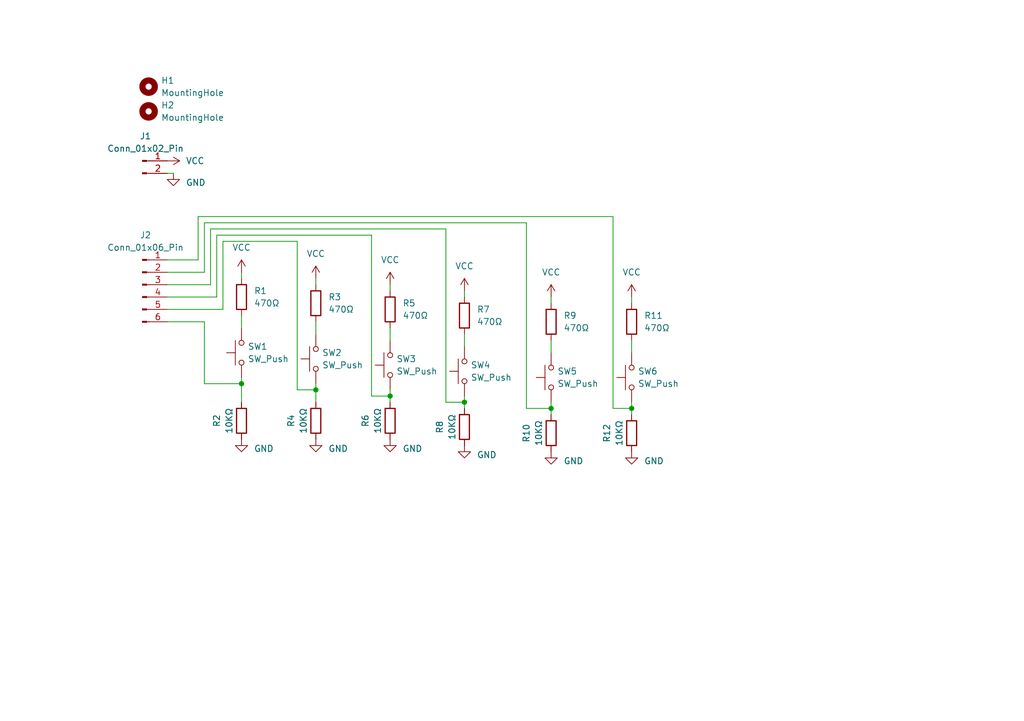
<source format=kicad_sch>
(kicad_sch (version 20231120) (generator "eeschema") (generator_version "8.0")
  (paper "A5")
  (title_block (title "8 buttons") (date "2023-12-28") (rev "V1") (company "Tiebe Declercq"))
  (lib_symbols
    (symbol "Connector:Conn_01x02_Pin" (pin_names (offset 1.016) hide)
      (property "Reference" "J" (at 0 2.54 0))
      (property "Value" "Conn_01x02_Pin" (at 0 -5.08 0))
      (symbol "Conn_01x02_Pin_1_1"
        (polyline (pts (xy 1.27 -2.54) (xy 0.8636 -2.54)) (stroke (width 0.1524)))
        (polyline (pts (xy 1.27 0) (xy 0.8636 0)) (stroke (width 0.1524)))
        (rectangle (start 0.8636 -2.413) (end 0 -2.667) (stroke (width 0.1524)) (fill (type outline)))
        (rectangle (start 0.8636 0.127) (end 0 -0.127) (stroke (width 0.1524)) (fill (type outline)))
        (pin passive line (at 5.08 0 180) (length 3.81) (name "Pin_1") (number "1"))
        (pin passive line (at 5.08 -2.54 180) (length 3.81) (name "Pin_2") (number "2"))
      )
    )
    (symbol "Connector:Conn_01x06_Pin" (pin_names (offset 1.016) hide)
      (property "Reference" "J" (at 0 7.62 0))
      (property "Value" "Conn_01x06_Pin" (at 0 -10.16 0))
      (symbol "Conn_01x06_Pin_1_1"
        (polyline (pts (xy 1.27 -7.62) (xy 0.8636 -7.62)) (stroke (width 0.1524)))
        (polyline (pts (xy 1.27 -5.08) (xy 0.8636 -5.08)) (stroke (width 0.1524)))
        (polyline (pts (xy 1.27 -2.54) (xy 0.8636 -2.54)) (stroke (width 0.1524)))
        (polyline (pts (xy 1.27 0) (xy 0.8636 0)) (stroke (width 0.1524)))
        (polyline (pts (xy 1.27 2.54) (xy 0.8636 2.54)) (stroke (width 0.1524)))
        (polyline (pts (xy 1.27 5.08) (xy 0.8636 5.08)) (stroke (width 0.1524)))
        (rectangle (start 0.8636 -7.493) (end 0 -7.747) (stroke (width 0.1524)) (fill (type outline)))
        (rectangle (start 0.8636 -4.953) (end 0 -5.207) (stroke (width 0.1524)) (fill (type outline)))
        (rectangle (start 0.8636 -2.413) (end 0 -2.667) (stroke (width 0.1524)) (fill (type outline)))
        (rectangle (start 0.8636 0.127) (end 0 -0.127) (stroke (width 0.1524)) (fill (type outline)))
        (rectangle (start 0.8636 2.667) (end 0 2.413) (stroke (width 0.1524)) (fill (type outline)))
        (rectangle (start 0.8636 5.207) (end 0 4.953) (stroke (width 0.1524)) (fill (type outline)))
        (pin passive line (at 5.08 5.08 180) (length 3.81) (name "Pin_1") (number "1"))
        (pin passive line (at 5.08 2.54 180) (length 3.81) (name "Pin_2") (number "2"))
        (pin passive line (at 5.08 0 180) (length 3.81) (name "Pin_3") (number "3"))
        (pin passive line (at 5.08 -2.54 180) (length 3.81) (name "Pin_4") (number "4"))
        (pin passive line (at 5.08 -5.08 180) (length 3.81) (name "Pin_5") (number "5"))
        (pin passive line (at 5.08 -7.62 180) (length 3.81) (name "Pin_6") (number "6"))
      )
    )
    (symbol "Device:R" (pin_numbers hide) (pin_names (offset 0))
      (property "Reference" "R" (at 2.032 0 90))
      (property "Value" "R" (at 0 0 90))
      (symbol "R_0_1"
        (rectangle (start -1.016 -2.54) (end 1.016 2.54) (stroke (width 0.254)))
      )
      (symbol "R_1_1"
        (pin passive line (at 0 3.81 270) (length 1.27) (name "~") (number "1"))
        (pin passive line (at 0 -3.81 90) (length 1.27) (name "~") (number "2"))
      )
    )
    (symbol "Mechanical:MountingHole" (pin_names (offset 1.016))
      (property "Reference" "H" (at 0 5.08 0))
      (property "Value" "MountingHole" (at 0 3.175 0))
      (symbol "MountingHole_0_1"
        (circle (center 0 0) (radius 1.27) (stroke (width 1.27)))
      )
    )
    (symbol "Switch:SW_Push" (pin_numbers hide) (pin_names (offset 1.016) hide)
      (property "Reference" "SW" (at 1.27 2.54 0))
      (property "Value" "SW_Push" (at 0 -1.524 0))
      (symbol "SW_Push_0_1"
        (circle (center -2.032 0) (radius 0.508))
        (polyline (pts (xy 0 1.27) (xy 0 3.048)))
        (polyline (pts (xy 2.54 1.27) (xy -2.54 1.27)))
        (circle (center 2.032 0) (radius 0.508))
        (pin passive line (at -5.08 0 0) (length 2.54) (name "1") (number "1"))
        (pin passive line (at 5.08 0 180) (length 2.54) (name "2") (number "2"))
      )
    )
    (symbol "power:GND" (power) (pin_names (offset 0))
      (property "Value" "GND" (at 0 -3.81 0))
      (symbol "GND_0_1"
        (polyline (pts (xy 0 0) (xy 0 -1.27) (xy 1.27 -1.27) (xy 0 -2.54) (xy -1.27 -1.27) (xy 0 -1.27)))
      )
      (symbol "GND_1_1"
        (pin power_in line (at 0 0 270) (length 0) hide (name "GND") (number "1"))
      )
    )
    (symbol "power:VCC" (power) (pin_names (offset 0))
      (property "Value" "VCC" (at 0 3.81 0))
      (symbol "VCC_0_1"
        (polyline (pts (xy -0.762 1.27) (xy 0 2.54)))
        (polyline (pts (xy 0 0) (xy 0 2.54)))
        (polyline (pts (xy 0 2.54) (xy 0.762 1.27)))
      )
      (symbol "VCC_1_1"
        (pin power_in line (at 0 0 90) (length 0) hide (name "VCC") (number "1"))
      )
    )
  )
  (junction (at 49.53 78.74))
  (junction (at 80.01 81.28))
  (junction (at 129.54 83.82))
  (junction (at 64.77 80.01))
  (junction (at 113.03 83.82))
  (junction (at 95.25 82.55))
  (wire (pts (xy 64.77 78.74) (xy 64.77 80.01)))
  (wire (pts (xy 49.53 78.74) (xy 49.53 82.55)))
  (wire (pts (xy 91.44 46.99) (xy 91.44 82.55)))
  (wire (pts (xy 41.91 45.72) (xy 107.95 45.72)))
  (wire (pts (xy 129.54 83.82) (xy 129.54 85.09)))
  (wire (pts (xy 43.18 58.42) (xy 43.18 46.99)))
  (wire (pts (xy 80.01 80.01) (xy 80.01 81.28)))
  (wire (pts (xy 76.2 48.26) (xy 76.2 81.28)))
  (wire (pts (xy 76.2 81.28) (xy 80.01 81.28)))
  (wire (pts (xy 41.91 66.04) (xy 34.29 66.04)))
  (wire (pts (xy 125.73 44.45) (xy 125.73 83.82)))
  (wire (pts (xy 34.29 53.34) (xy 40.64 53.34)))
  (wire (pts (xy 44.45 60.96) (xy 44.45 48.26)))
  (wire (pts (xy 34.29 55.88) (xy 41.91 55.88)))
  (wire (pts (xy 107.95 83.82) (xy 113.03 83.82)))
  (wire (pts (xy 95.25 68.58) (xy 95.25 71.12)))
  (wire (pts (xy 129.54 69.85) (xy 129.54 72.39)))
  (wire (pts (xy 34.29 58.42) (xy 43.18 58.42)))
  (wire (pts (xy 43.18 46.99) (xy 91.44 46.99)))
  (wire (pts (xy 45.72 49.53) (xy 60.96 49.53)))
  (wire (pts (xy 40.64 44.45) (xy 125.73 44.45)))
  (wire (pts (xy 95.25 82.55) (xy 95.25 83.82)))
  (wire (pts (xy 113.03 82.55) (xy 113.03 83.82)))
  (wire (pts (xy 80.01 67.31) (xy 80.01 69.85)))
  (wire (pts (xy 41.91 78.74) (xy 41.91 66.04)))
  (wire (pts (xy 44.45 48.26) (xy 76.2 48.26)))
  (wire (pts (xy 34.29 35.56) (xy 35.56 35.56)))
  (wire (pts (xy 113.03 60.96) (xy 113.03 62.23)))
  (wire (pts (xy 113.03 83.82) (xy 113.03 85.09)))
  (wire (pts (xy 49.53 64.77) (xy 49.53 67.31)))
  (wire (pts (xy 64.77 80.01) (xy 64.77 82.55)))
  (wire (pts (xy 125.73 83.82) (xy 129.54 83.82)))
  (wire (pts (xy 95.25 81.28) (xy 95.25 82.55)))
  (wire (pts (xy 41.91 55.88) (xy 41.91 45.72)))
  (wire (pts (xy 80.01 58.42) (xy 80.01 59.69)))
  (wire (pts (xy 95.25 59.69) (xy 95.25 60.96)))
  (wire (pts (xy 34.29 60.96) (xy 44.45 60.96)))
  (wire (pts (xy 60.96 80.01) (xy 64.77 80.01)))
  (wire (pts (xy 60.96 49.53) (xy 60.96 80.01)))
  (wire (pts (xy 49.53 77.47) (xy 49.53 78.74)))
  (wire (pts (xy 64.77 66.04) (xy 64.77 68.58)))
  (wire (pts (xy 80.01 81.28) (xy 80.01 82.55)))
  (wire (pts (xy 64.77 57.15) (xy 64.77 58.42)))
  (wire (pts (xy 129.54 82.55) (xy 129.54 83.82)))
  (wire (pts (xy 45.72 63.5) (xy 45.72 49.53)))
  (wire (pts (xy 107.95 45.72) (xy 107.95 83.82)))
  (wire (pts (xy 91.44 82.55) (xy 95.25 82.55)))
  (wire (pts (xy 129.54 60.96) (xy 129.54 62.23)))
  (wire (pts (xy 49.53 55.88) (xy 49.53 57.15)))
  (wire (pts (xy 113.03 69.85) (xy 113.03 72.39)))
  (wire (pts (xy 34.29 63.5) (xy 45.72 63.5)))
  (wire (pts (xy 40.64 53.34) (xy 40.64 44.45)))
  (wire (pts (xy 49.53 78.74) (xy 41.91 78.74)))
  (symbol (lib_id "Switch:SW_Push") (at 95.25 76.2 90) (unit 1)
    (property "Reference" "SW4" (at 96.52 74.9299 90) (effects (justify right)))
    (property "Value" "SW_Push" (at 96.52 77.4699 90) (effects (justify right)))
    (property "Footprint" "Button_Switch_Keyboard:SW_Cherry_MX_1.00u_PCB" (effects (hide yes)))
  )
  (symbol (lib_id "Switch:SW_Push") (at 80.01 74.93 90) (unit 1)
    (property "Reference" "SW3" (at 81.28 73.6599 90) (effects (justify right)))
    (property "Value" "SW_Push" (at 81.28 76.1999 90) (effects (justify right)))
    (property "Footprint" "Button_Switch_Keyboard:SW_Cherry_MX_1.00u_PCB" (effects (hide yes)))
  )
  (symbol (lib_id "Mechanical:MountingHole") (at 30.48 22.86 0) (unit 1)
    (property "Reference" "H2" (at 33.02 21.59 0) (effects (justify left)))
    (property "Value" "MountingHole" (at 33.02 24.13 0) (effects (justify left)))
    (property "Footprint" "MountingHole:MountingHole_3.2mm_M3" (effects (hide yes)))
  )
  (symbol (lib_id "Device:R") (at 95.25 64.77 0) (unit 1)
    (property "Reference" "R7" (at 97.79 63.4999 0) (effects (justify left)))
    (property "Value" "470Ω" (at 97.79 66.0399 0) (effects (justify left)))
    (property "Footprint" "Resistor_SMD:R_0805_2012Metric_Pad1.20x1.40mm_HandSolder" (effects (hide yes)))
  )
  (symbol (lib_id "power:VCC") (at 49.53 55.88 0) (unit 1)
    (property "Reference" "#PWR01" (effects (hide yes)))
    (property "Value" "VCC" (at 49.53 50.8 0))
  )
  (symbol (lib_id "power:VCC") (at 129.54 60.96 0) (unit 1)
    (property "Reference" "#PWR011" (effects (hide yes)))
    (property "Value" "VCC" (at 129.54 55.88 0))
  )
  (symbol (lib_id "Switch:SW_Push") (at 49.53 72.39 90) (unit 1)
    (property "Reference" "SW1" (at 50.8 71.1199 90) (effects (justify right)))
    (property "Value" "SW_Push" (at 50.8 73.6599 90) (effects (justify right)))
    (property "Footprint" "Button_Switch_Keyboard:SW_Cherry_MX_1.00u_PCB" (effects (hide yes)))
  )
  (symbol (lib_id "Device:R") (at 80.01 86.36 0) (unit 1)
    (property "Reference" "R6" (at 74.93 86.36 90))
    (property "Value" "10KΩ" (at 77.47 86.36 90))
    (property "Footprint" "Resistor_SMD:R_0805_2012Metric_Pad1.20x1.40mm_HandSolder" (effects (hide yes)))
  )
  (symbol (lib_id "power:GND") (at 113.03 92.71 0) (unit 1)
    (property "Reference" "#PWR010" (effects (hide yes)))
    (property "Value" "GND" (at 115.57 94.615 0) (effects (justify left)))
  )
  (symbol (lib_id "Switch:SW_Push") (at 129.54 77.47 90) (unit 1)
    (property "Reference" "SW6" (at 130.81 76.1999 90) (effects (justify right)))
    (property "Value" "SW_Push" (at 130.81 78.7399 90) (effects (justify right)))
    (property "Footprint" "Button_Switch_Keyboard:SW_Cherry_MX_1.00u_PCB" (effects (hide yes)))
  )
  (symbol (lib_id "Device:R") (at 113.03 88.9 0) (unit 1)
    (property "Reference" "R10" (at 107.95 88.9 90))
    (property "Value" "10KΩ" (at 110.49 88.9 90))
    (property "Footprint" "Resistor_SMD:R_0805_2012Metric_Pad1.20x1.40mm_HandSolder" (effects (hide yes)))
  )
  (symbol (lib_id "Device:R") (at 49.53 86.36 0) (unit 1)
    (property "Reference" "R2" (at 44.45 86.36 90))
    (property "Value" "10KΩ" (at 46.99 86.36 90))
    (property "Footprint" "Resistor_SMD:R_0805_2012Metric_Pad1.20x1.40mm_HandSolder" (effects (hide yes)))
  )
  (symbol (lib_id "Device:R") (at 64.77 86.36 0) (unit 1)
    (property "Reference" "R4" (at 59.69 86.36 90))
    (property "Value" "10KΩ" (at 62.23 86.36 90))
    (property "Footprint" "Resistor_SMD:R_0805_2012Metric_Pad1.20x1.40mm_HandSolder" (effects (hide yes)))
  )
  (symbol (lib_id "Switch:SW_Push") (at 113.03 77.47 90) (unit 1)
    (property "Reference" "SW5" (at 114.3 76.1999 90) (effects (justify right)))
    (property "Value" "SW_Push" (at 114.3 78.7399 90) (effects (justify right)))
    (property "Footprint" "Button_Switch_Keyboard:SW_Cherry_MX_1.00u_PCB" (effects (hide yes)))
  )
  (symbol (lib_id "power:GND") (at 129.54 92.71 0) (unit 1)
    (property "Reference" "#PWR012" (effects (hide yes)))
    (property "Value" "GND" (at 132.08 94.615 0) (effects (justify left)))
  )
  (symbol (lib_id "power:GND") (at 35.56 35.56 0) (unit 1)
    (property "Reference" "#PWR018" (effects (hide yes)))
    (property "Value" "GND" (at 38.1 37.465 0) (effects (justify left)))
  )
  (symbol (lib_id "Switch:SW_Push") (at 64.77 73.66 90) (unit 1)
    (property "Reference" "SW2" (at 66.04 72.3899 90) (effects (justify right)))
    (property "Value" "SW_Push" (at 66.04 74.9299 90) (effects (justify right)))
    (property "Footprint" "Button_Switch_Keyboard:SW_Cherry_MX_1.00u_PCB" (effects (hide yes)))
  )
  (symbol (lib_id "Mechanical:MountingHole") (at 30.48 17.78 0) (unit 1)
    (property "Reference" "H1" (at 33.02 16.51 0) (effects (justify left)))
    (property "Value" "MountingHole" (at 33.02 19.05 0) (effects (justify left)))
    (property "Footprint" "MountingHole:MountingHole_3.2mm_M3" (effects (hide yes)))
  )
  (symbol (lib_id "power:VCC") (at 95.25 59.69 0) (unit 1)
    (property "Reference" "#PWR07" (effects (hide yes)))
    (property "Value" "VCC" (at 95.25 54.61 0))
  )
  (symbol (lib_id "Device:R") (at 95.25 87.63 0) (unit 1)
    (property "Reference" "R8" (at 90.17 87.63 90))
    (property "Value" "10KΩ" (at 92.71 87.63 90))
    (property "Footprint" "Resistor_SMD:R_0805_2012Metric_Pad1.20x1.40mm_HandSolder" (effects (hide yes)))
  )
  (symbol (lib_id "power:GND") (at 80.01 90.17 0) (unit 1)
    (property "Reference" "#PWR06" (effects (hide yes)))
    (property "Value" "GND" (at 82.55 92.075 0) (effects (justify left)))
  )
  (symbol (lib_id "Connector:Conn_01x06_Pin") (at 29.21 58.42 0) (unit 1)
    (property "Reference" "J2" (at 29.845 48.26 0))
    (property "Value" "Conn_01x06_Pin" (at 29.845 50.8 0))
    (property "Footprint" "Connector_PinHeader_2.54mm:PinHeader_1x06_P2.54mm_Vertical" (effects (hide yes)))
    (property "Description" "Generic connector, single row, 01x06, script generated" (effects (hide yes)))
  )
  (symbol (lib_id "power:GND") (at 49.53 90.17 0) (unit 1)
    (property "Reference" "#PWR02" (effects (hide yes)))
    (property "Value" "GND" (at 52.07 92.075 0) (effects (justify left)))
  )
  (symbol (lib_id "power:VCC") (at 34.29 33.02 270) (unit 1)
    (property "Reference" "#PWR017" (effects (hide yes)))
    (property "Value" "VCC" (at 38.1 33.02 90) (effects (justify left)))
  )
  (symbol (lib_id "Device:R") (at 129.54 66.04 0) (unit 1)
    (property "Reference" "R11" (at 132.08 64.7699 0) (effects (justify left)))
    (property "Value" "470Ω" (at 132.08 67.3099 0) (effects (justify left)))
    (property "Footprint" "Resistor_SMD:R_0805_2012Metric_Pad1.20x1.40mm_HandSolder" (effects (hide yes)))
  )
  (symbol (lib_id "Device:R") (at 49.53 60.96 0) (unit 1)
    (property "Reference" "R1" (at 52.07 59.6899 0) (effects (justify left)))
    (property "Value" "470Ω" (at 52.07 62.2299 0) (effects (justify left)))
    (property "Footprint" "Resistor_SMD:R_0805_2012Metric_Pad1.20x1.40mm_HandSolder" (effects (hide yes)))
  )
  (symbol (lib_id "power:GND") (at 64.77 90.17 0) (unit 1)
    (property "Reference" "#PWR04" (effects (hide yes)))
    (property "Value" "GND" (at 67.31 92.075 0) (effects (justify left)))
  )
  (symbol (lib_id "power:GND") (at 95.25 91.44 0) (unit 1)
    (property "Reference" "#PWR08" (effects (hide yes)))
    (property "Value" "GND" (at 97.79 93.345 0) (effects (justify left)))
  )
  (symbol (lib_id "power:VCC") (at 64.77 57.15 0) (unit 1)
    (property "Reference" "#PWR03" (effects (hide yes)))
    (property "Value" "VCC" (at 64.77 52.07 0))
  )
  (symbol (lib_id "Device:R") (at 64.77 62.23 0) (unit 1)
    (property "Reference" "R3" (at 67.31 60.9599 0) (effects (justify left)))
    (property "Value" "470Ω" (at 67.31 63.4999 0) (effects (justify left)))
    (property "Footprint" "Resistor_SMD:R_0805_2012Metric_Pad1.20x1.40mm_HandSolder" (effects (hide yes)))
  )
  (symbol (lib_id "Connector:Conn_01x02_Pin") (at 29.21 33.02 0) (unit 1)
    (property "Reference" "J1" (at 29.845 27.94 0))
    (property "Value" "Conn_01x02_Pin" (at 29.845 30.48 0))
    (property "Footprint" "Connector_PinHeader_2.54mm:PinHeader_1x02_P2.54mm_Horizontal" (effects (hide yes)))
  )
  (symbol (lib_id "Device:R") (at 113.03 66.04 0) (unit 1)
    (property "Reference" "R9" (at 115.57 64.7699 0) (effects (justify left)))
    (property "Value" "470Ω" (at 115.57 67.3099 0) (effects (justify left)))
    (property "Footprint" "Resistor_SMD:R_0805_2012Metric_Pad1.20x1.40mm_HandSolder" (effects (hide yes)))
  )
  (symbol (lib_id "power:VCC") (at 113.03 60.96 0) (unit 1)
    (property "Reference" "#PWR09" (effects (hide yes)))
    (property "Value" "VCC" (at 113.03 55.88 0))
  )
  (symbol (lib_id "power:VCC") (at 80.01 58.42 0) (unit 1)
    (property "Reference" "#PWR05" (effects (hide yes)))
    (property "Value" "VCC" (at 80.01 53.34 0))
  )
  (symbol (lib_id "Device:R") (at 129.54 88.9 0) (unit 1)
    (property "Reference" "R12" (at 124.46 88.9 90))
    (property "Value" "10KΩ" (at 127 88.9 90))
    (property "Footprint" "Resistor_SMD:R_0805_2012Metric_Pad1.20x1.40mm_HandSolder" (effects (hide yes)))
  )
  (symbol (lib_id "Device:R") (at 80.01 63.5 0) (unit 1)
    (property "Reference" "R5" (at 82.55 62.2299 0) (effects (justify left)))
    (property "Value" "470Ω" (at 82.55 64.7699 0) (effects (justify left)))
    (property "Footprint" "Resistor_SMD:R_0805_2012Metric_Pad1.20x1.40mm_HandSolder" (effects (hide yes)))
  )
)
</source>
